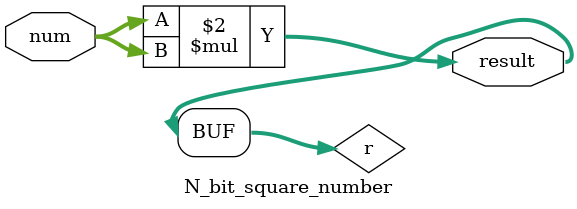
<source format=v>
`timescale 1ns / 1ps

module N_bit_square_number(num, result);
    parameter n = 4;
    input [n-1:0] num;
    output reg [2*n-1:0] result;
    reg [2*n-1:0] r;
    
    always @(*) begin
        r = num * num;
        result = r;
    end
endmodule

</source>
